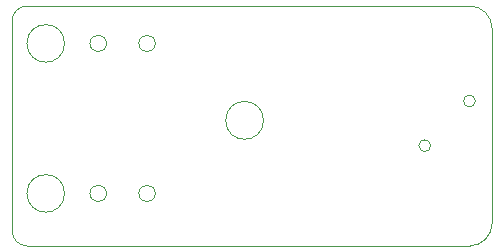
<source format=gbr>
%TF.GenerationSoftware,Altium Limited,Altium Designer,20.0.11 (256)*%
G04 Layer_Color=8388736*
%FSLAX26Y26*%
%MOIN*%
%TF.FileFunction,Other,Old_Board_Outlin*%
%TF.Part,Single*%
G01*
G75*
%TA.AperFunction,NonConductor*%
%ADD40C,0.000500*%
D40*
X1600500Y724503D02*
G03*
X1525500Y799503I-75000J0D01*
G01*
Y-497D02*
G03*
X1600500Y74503I0J75000D01*
G01*
X500Y49503D02*
G03*
X50500Y-497I50000J0D01*
G01*
Y799503D02*
G03*
X500Y749503I0J-50000D01*
G01*
X838492Y418007D02*
G03*
X838492Y418007I-62992J0D01*
G01*
X315067Y674503D02*
G03*
X315067Y674503I-27559J0D01*
G01*
X478059D02*
G03*
X478059Y674503I-27559J0D01*
G01*
X175303D02*
G03*
X175303Y674503I-62598J0D01*
G01*
X478059Y174503D02*
G03*
X478059Y174503I-27559J0D01*
G01*
X315067D02*
G03*
X315067Y174503I-27559J0D01*
G01*
X175303D02*
G03*
X175303Y174503I-62598J0D01*
G01*
X1395776Y333755D02*
G03*
X1395776Y333755I-19685J0D01*
G01*
X1544594Y482574D02*
G03*
X1544594Y482574I-19685J0D01*
G01*
X1600500Y74503D02*
Y724503D01*
X50500Y-497D02*
X1525500D01*
X500Y49503D02*
Y749503D01*
X50500Y799503D02*
X1525500D01*
%TF.MD5,3f4c8f5edb94656e67ab7cad3c2ffb88*%
M02*

</source>
